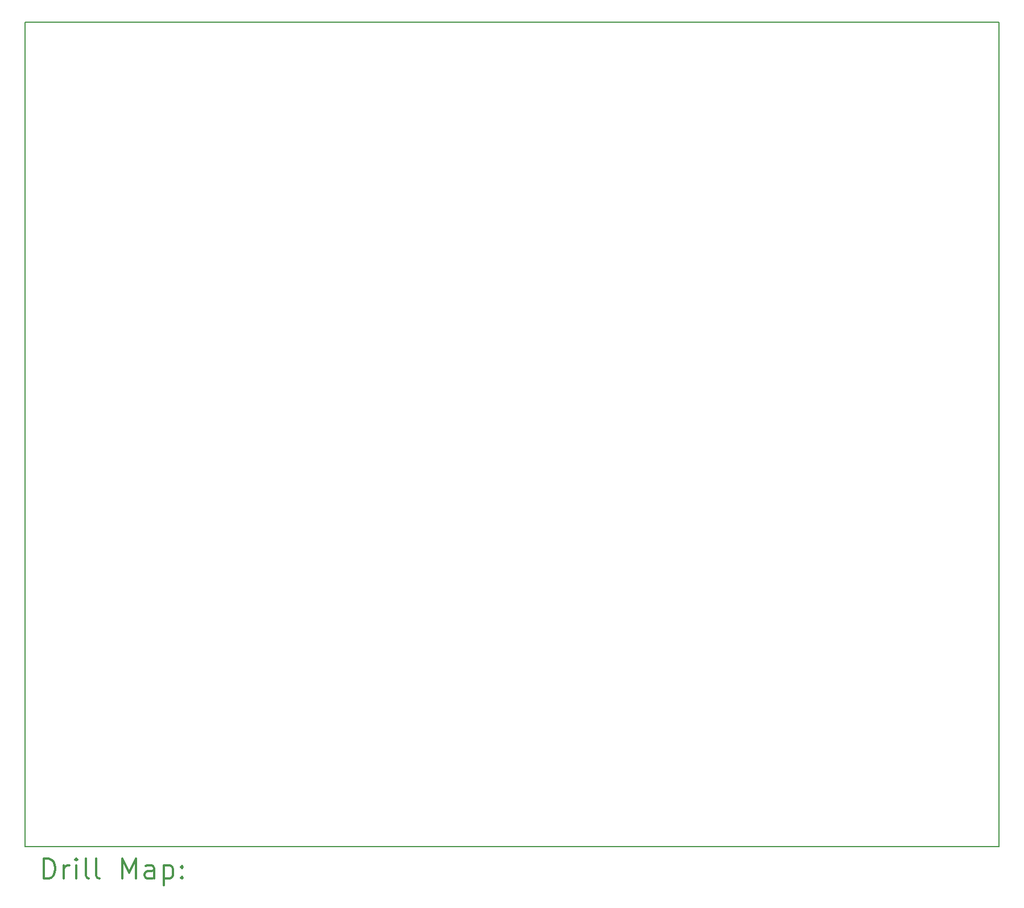
<source format=gbr>
%FSLAX45Y45*%
G04 Gerber Fmt 4.5, Leading zero omitted, Abs format (unit mm)*
G04 Created by KiCad (PCBNEW 5.1.0-060a0da~80~ubuntu16.04.1) date 2019-04-08 13:55:46*
%MOMM*%
%LPD*%
G04 APERTURE LIST*
%ADD10C,0.150000*%
%ADD11C,0.200000*%
%ADD12C,0.300000*%
G04 APERTURE END LIST*
D10*
X5000000Y-9400000D02*
X5000000Y-15000000D01*
X5000000Y-2720000D02*
X5000000Y-9400000D01*
X5020000Y-2720000D02*
X5000000Y-2720000D01*
X19500000Y-2720000D02*
X5020000Y-2720000D01*
X19500000Y-15000000D02*
X19500000Y-2720000D01*
X5000000Y-15000000D02*
X19500000Y-15000000D01*
D11*
D12*
X5278928Y-15473214D02*
X5278928Y-15173214D01*
X5350357Y-15173214D01*
X5393214Y-15187500D01*
X5421786Y-15216071D01*
X5436071Y-15244643D01*
X5450357Y-15301786D01*
X5450357Y-15344643D01*
X5436071Y-15401786D01*
X5421786Y-15430357D01*
X5393214Y-15458929D01*
X5350357Y-15473214D01*
X5278928Y-15473214D01*
X5578928Y-15473214D02*
X5578928Y-15273214D01*
X5578928Y-15330357D02*
X5593214Y-15301786D01*
X5607500Y-15287500D01*
X5636071Y-15273214D01*
X5664643Y-15273214D01*
X5764643Y-15473214D02*
X5764643Y-15273214D01*
X5764643Y-15173214D02*
X5750357Y-15187500D01*
X5764643Y-15201786D01*
X5778928Y-15187500D01*
X5764643Y-15173214D01*
X5764643Y-15201786D01*
X5950357Y-15473214D02*
X5921786Y-15458929D01*
X5907500Y-15430357D01*
X5907500Y-15173214D01*
X6107500Y-15473214D02*
X6078928Y-15458929D01*
X6064643Y-15430357D01*
X6064643Y-15173214D01*
X6450357Y-15473214D02*
X6450357Y-15173214D01*
X6550357Y-15387500D01*
X6650357Y-15173214D01*
X6650357Y-15473214D01*
X6921786Y-15473214D02*
X6921786Y-15316071D01*
X6907500Y-15287500D01*
X6878928Y-15273214D01*
X6821786Y-15273214D01*
X6793214Y-15287500D01*
X6921786Y-15458929D02*
X6893214Y-15473214D01*
X6821786Y-15473214D01*
X6793214Y-15458929D01*
X6778928Y-15430357D01*
X6778928Y-15401786D01*
X6793214Y-15373214D01*
X6821786Y-15358929D01*
X6893214Y-15358929D01*
X6921786Y-15344643D01*
X7064643Y-15273214D02*
X7064643Y-15573214D01*
X7064643Y-15287500D02*
X7093214Y-15273214D01*
X7150357Y-15273214D01*
X7178928Y-15287500D01*
X7193214Y-15301786D01*
X7207500Y-15330357D01*
X7207500Y-15416071D01*
X7193214Y-15444643D01*
X7178928Y-15458929D01*
X7150357Y-15473214D01*
X7093214Y-15473214D01*
X7064643Y-15458929D01*
X7336071Y-15444643D02*
X7350357Y-15458929D01*
X7336071Y-15473214D01*
X7321786Y-15458929D01*
X7336071Y-15444643D01*
X7336071Y-15473214D01*
X7336071Y-15287500D02*
X7350357Y-15301786D01*
X7336071Y-15316071D01*
X7321786Y-15301786D01*
X7336071Y-15287500D01*
X7336071Y-15316071D01*
M02*

</source>
